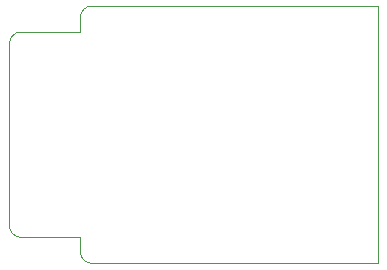
<source format=gbr>
%TF.GenerationSoftware,Altium Limited,Altium Designer,24.8.2 (39)*%
G04 Layer_Color=0*
%FSLAX45Y45*%
%MOMM*%
%TF.SameCoordinates,C54AC7BA-B540-4DA4-B2B9-A01D8BF79CE3*%
%TF.FilePolarity,Positive*%
%TF.FileFunction,Profile,NP*%
%TF.Part,Single*%
G01*
G75*
%TA.AperFunction,Profile*%
%ADD29C,0.02540*%
D29*
X100000Y480000D02*
G02*
X0Y580000I-0J100000D01*
G01*
Y2120000D01*
D02*
G02*
X100000Y2220000I100000J0D01*
G01*
X599999Y2220001D01*
Y2340000D01*
D02*
G02*
X700003Y2440000I100002J-2D01*
G01*
X3120000Y2440000D01*
Y260000D01*
X700000D01*
D02*
G02*
X600000Y360000I0J100000D01*
G01*
X599999Y479999D01*
X100000Y480000D01*
%TF.MD5,60fd3ec89ebb73d432cc4a859abfcfd7*%
M02*

</source>
